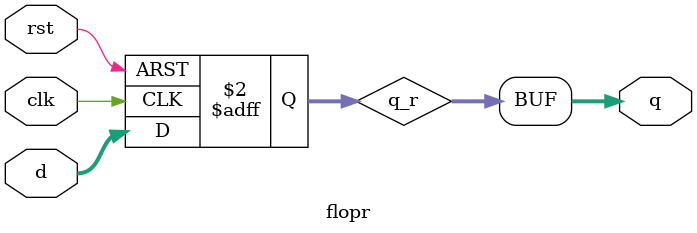
<source format=v>
/*
新state下获得暂存的数据
在每个时钟周期上升沿，将d传给q
如在上个state中，RD1存储了从rs中读出的数据，
那么这个state的clk上升沿，将RD1赋值给这次state用于计算的A，
防止同步读取时冲掉数据
*/
module flopr #(parameter WIDTH = 8)
              (clk, rst, d, q);
   input              clk;
   input              rst;
   input  [WIDTH-1:0] d;
   output [WIDTH-1:0] q;
   
   reg [WIDTH-1:0] q_r;
               
   always @(posedge clk or posedge rst) begin
      if ( rst ) 
         q_r <= 0;
      else 
         q_r <= d;
   end // end always
   
   assign q = q_r;
      
endmodule


</source>
